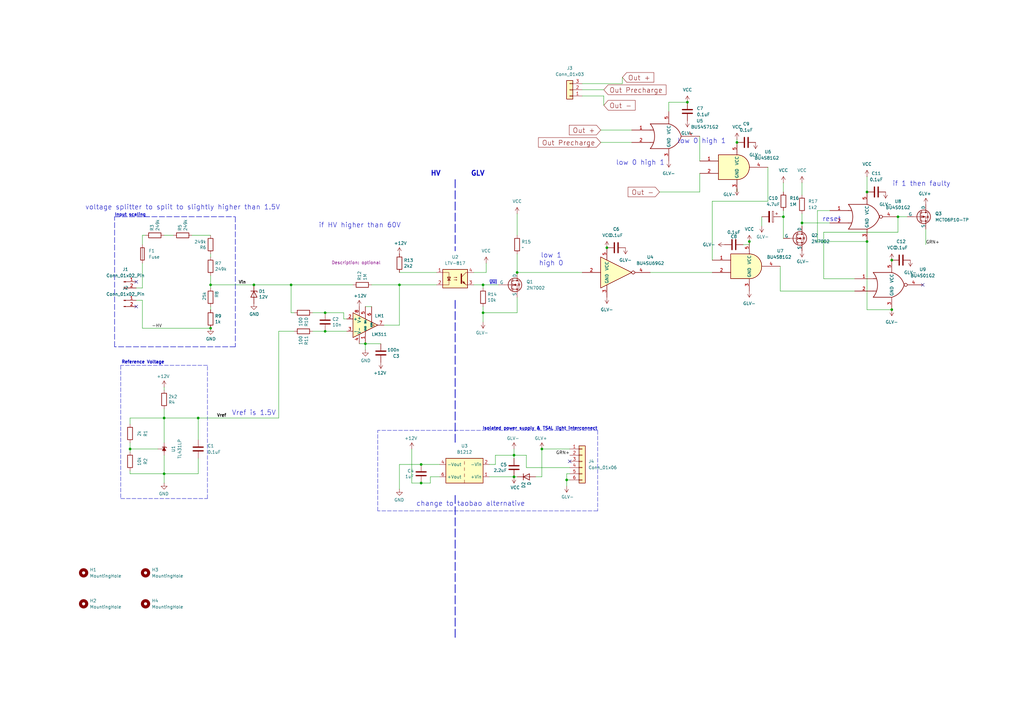
<source format=kicad_sch>
(kicad_sch (version 20231120) (generator "eeschema") (generator_version "8.0")
  (paper "A3")
  (lib_symbols
    (symbol "74xGxx:74AHC1G02"
      (property "Reference" "U" (at -2.54 3.81 0))
      (property "Value" "74AHC1G02" (at 0 -3.81 0))
      (symbol "74AHC1G02_1_1"
        (pin input line (at -15.24 2.54 0) (length 7.62) (name "~") (number "1"))
        (pin input line (at -15.24 -2.54 0) (length 7.62) (name "~") (number "2"))
        (pin power_in line (at 0 -10.16 90) (length 5.08) (name "GND") (number "3"))
        (pin output inverted (at 12.7 0 180) (length 7.62) (name "~") (number "4"))
        (pin power_in line (at 0 10.16 270) (length 5.08) (name "VCC") (number "5"))
      )
    )
    (symbol "74xGxx:74AHC1G04"
      (property "Reference" "U" (at -2.54 3.81 0))
      (property "Value" "74AHC1G04" (at 0 -3.81 0))
      (symbol "74AHC1G04_1_1"
        (pin input line (at -15.24 0 0) (length 7.62) (name "~") (number "2"))
        (pin power_in line (at -5.08 -10.16 90) (length 5.08) (name "GND") (number "3"))
        (pin output inverted (at 12.7 0 180) (length 7.62) (name "~") (number "4"))
        (pin power_in line (at -5.08 10.16 270) (length 5.08) (name "VCC") (number "5"))
      )
    )
    (symbol "74xGxx:74AHC1G08"
      (property "Reference" "U" (at -2.54 3.81 0))
      (property "Value" "74AHC1G08" (at 0 -3.81 0))
      (symbol "74AHC1G08_1_1"
        (pin input line (at -15.24 2.54 0) (length 7.62) (name "~") (number "1"))
        (pin input line (at -15.24 -2.54 0) (length 7.62) (name "~") (number "2"))
        (pin power_in line (at 0 -10.16 90) (length 5.08) (name "GND") (number "3"))
        (pin output line (at 12.7 0 180) (length 7.62) (name "~") (number "4"))
        (pin power_in line (at 0 10.16 270) (length 5.08) (name "VCC") (number "5"))
      )
    )
    (symbol "74xGxx:74AHC1G32"
      (property "Reference" "U" (at -2.54 3.81 0))
      (property "Value" "74AHC1G32" (at 0 -3.81 0))
      (symbol "74AHC1G32_1_1"
        (pin input line (at -15.24 2.54 0) (length 7.62) (name "~") (number "1"))
        (pin input line (at -15.24 -2.54 0) (length 7.62) (name "~") (number "2"))
        (pin power_in line (at 0 -10.16 90) (length 5.08) (name "GND") (number "3"))
        (pin output line (at 12.7 0 180) (length 7.62) (name "~") (number "4"))
        (pin power_in line (at 0 10.16 270) (length 5.08) (name "VCC") (number "5"))
      )
    )
    (symbol "Comparator:LM311" (pin_names (offset 0.127))
      (property "Reference" "U" (at 3.81 6.35 0))
      (property "Value" "LM311" (at 3.81 3.81 0))
      (symbol "LM311_1_1"
        (pin passive line (at 0 -7.62 90) (length 5.08) (name "GND") (number "1"))
        (pin input line (at -7.62 2.54 0) (length 2.54) (name "+") (number "2"))
        (pin input line (at -7.62 -2.54 0) (length 2.54) (name "-") (number "3"))
        (pin power_in line (at -2.54 -7.62 90) (length 3.81) (name "V-") (number "4"))
        (pin input line (at 0 7.62 270) (length 5.08) (name "BAL") (number "5"))
        (pin input line (at 2.54 7.62 270) (length 6.35) (name "STRB") (number "6"))
        (pin open_collector line (at 7.62 0 180) (length 2.54) (name "~") (number "7"))
        (pin power_in line (at -2.54 7.62 270) (length 3.81) (name "V+") (number "8"))
      )
    )
    (symbol "Connector:Conn_01x02_Pin" (pin_names (offset 1.016) hide)
      (property "Reference" "J" (at 0 2.54 0))
      (property "Value" "Conn_01x02_Pin" (at 0 -5.08 0))
      (symbol "Conn_01x02_Pin_1_1"
        (pin passive line (at 5.08 0 180) (length 3.81) (name "Pin_1") (number "1"))
        (pin passive line (at 5.08 -2.54 180) (length 3.81) (name "Pin_2") (number "2"))
      )
    )
    (symbol "Connector_Generic:Conn_01x03" (pin_names (offset 1.016) hide)
      (property "Reference" "J" (at 0 5.08 0))
      (property "Value" "Conn_01x03" (at 0 -5.08 0))
      (symbol "Conn_01x03_1_1"
        (pin passive line (at -5.08 2.54 0) (length 3.81) (name "Pin_1") (number "1"))
        (pin passive line (at -5.08 0 0) (length 3.81) (name "Pin_2") (number "2"))
        (pin passive line (at -5.08 -2.54 0) (length 3.81) (name "Pin_3") (number "3"))
      )
    )
    (symbol "Connector_Generic:Conn_01x06" (pin_names (offset 1.016) hide)
      (property "Reference" "J" (at 0 7.62 0))
      (property "Value" "Conn_01x06" (at 0 -10.16 0))
      (symbol "Conn_01x06_1_1"
        (pin passive line (at -5.08 5.08 0) (length 3.81) (name "Pin_1") (number "1"))
        (pin passive line (at -5.08 2.54 0) (length 3.81) (name "Pin_2") (number "2"))
        (pin passive line (at -5.08 0 0) (length 3.81) (name "Pin_3") (number "3"))
        (pin passive line (at -5.08 -2.54 0) (length 3.81) (name "Pin_4") (number "4"))
        (pin passive line (at -5.08 -5.08 0) (length 3.81) (name "Pin_5") (number "5"))
        (pin passive line (at -5.08 -7.62 0) (length 3.81) (name "Pin_6") (number "6"))
      )
    )
    (symbol "Converter_DCDC:TBA2-1212"
      (property "Reference" "U" (at -6.35 6.35 0))
      (property "Value" "TBA2-1212" (at 2.54 6.35 0))
      (symbol "TBA2-1212_1_1"
        (pin power_in line (at -10.16 2.54 0) (length 2.54) (name "+Vin") (number "1"))
        (pin power_in line (at -10.16 -2.54 0) (length 2.54) (name "-Vin") (number "2"))
        (pin power_out line (at 10.16 -2.54 180) (length 2.54) (name "-Vout") (number "4"))
        (pin power_out line (at 10.16 2.54 180) (length 2.54) (name "+Vout") (number "6"))
      )
    )
    (symbol "Device:C" (pin_numbers hide) (pin_names (offset 0.254))
      (property "Reference" "C" (at 0.635 2.54 0))
      (property "Value" "C" (at 0.635 -2.54 0))
      (symbol "C_1_1"
        (pin passive line (at 0 3.81 270) (length 2.794) (name "~") (number "1"))
        (pin passive line (at 0 -3.81 90) (length 2.794) (name "~") (number "2"))
      )
    )
    (symbol "Device:C_Polarized" (pin_numbers hide) (pin_names (offset 0.254))
      (property "Reference" "C" (at 0.635 2.54 0))
      (property "Value" "C_Polarized" (at 0.635 -2.54 0))
      (symbol "C_Polarized_1_1"
        (pin passive line (at 0 3.81 270) (length 2.794) (name "~") (number "1"))
        (pin passive line (at 0 -3.81 90) (length 2.794) (name "~") (number "2"))
      )
    )
    (symbol "Device:D" (pin_numbers hide) (pin_names (offset 1.016) hide)
      (property "Reference" "D" (at 0 2.54 0))
      (property "Value" "D" (at 0 -2.54 0))
      (symbol "D_1_1"
        (pin passive line (at -3.81 0 0) (length 2.54) (name "K") (number "1"))
        (pin passive line (at 3.81 0 180) (length 2.54) (name "A") (number "2"))
      )
    )
    (symbol "Device:D_Zener" (pin_numbers hide) (pin_names (offset 1.016) hide)
      (property "Reference" "D" (at 0 2.54 0))
      (property "Value" "D_Zener" (at 0 -2.54 0))
      (symbol "D_Zener_1_1"
        (pin passive line (at -3.81 0 0) (length 2.54) (name "K") (number "1"))
        (pin passive line (at 3.81 0 180) (length 2.54) (name "A") (number "2"))
      )
    )
    (symbol "Device:Fuse" (pin_numbers hide) (pin_names (offset 0))
      (property "Reference" "F" (at 2.032 0 90))
      (property "Value" "Fuse" (at -1.905 0 90))
      (symbol "Fuse_1_1"
        (pin passive line (at 0 3.81 270) (length 1.27) (name "~") (number "1"))
        (pin passive line (at 0 -3.81 90) (length 1.27) (name "~") (number "2"))
      )
    )
    (symbol "Device:R" (pin_numbers hide) (pin_names (offset 0))
      (property "Reference" "R" (at 2.032 0 90))
      (property "Value" "R" (at 0 0 90))
      (symbol "R_1_1"
        (pin passive line (at 0 3.81 270) (length 1.27) (name "~") (number "1"))
        (pin passive line (at 0 -3.81 90) (length 1.27) (name "~") (number "2"))
      )
    )
    (symbol "Isolator:LTV-817" (pin_names (offset 1.016))
      (property "Reference" "U" (at -5.08 5.08 0))
      (property "Value" "LTV-817" (at 0 5.08 0))
      (symbol "LTV-817_1_1"
        (pin passive line (at -7.62 2.54 0) (length 2.54) (name "~") (number "1"))
        (pin passive line (at -7.62 -2.54 0) (length 2.54) (name "~") (number "2"))
        (pin passive line (at 7.62 -2.54 180) (length 2.54) (name "~") (number "3"))
        (pin passive line (at 7.62 2.54 180) (length 2.54) (name "~") (number "4"))
      )
    )
    (symbol "Mechanical:MountingHole" (pin_names (offset 1.016)) (exclude_from_sim yes) (in_bom no)
      (property "Reference" "H" (at 0 5.08 0))
      (property "Value" "MountingHole" (at 0 3.175 0))
    )
    (symbol "Reference_Voltage:TL431LP" (pin_numbers hide) (pin_names hide)
      (property "Reference" "U" (at -2.54 2.54 0))
      (property "Value" "TL431LP" (at 0 -2.54 0))
      (symbol "TL431LP_1_1"
        (pin passive line (at 0 2.54 270) (length 2.54) (name "REF") (number "1"))
        (pin passive line (at -2.54 0 0) (length 2.54) (name "A") (number "2"))
        (pin passive line (at 2.54 0 180) (length 2.54) (name "K") (number "3"))
      )
    )
    (symbol "Simulation_SPICE:NMOS" (pin_numbers hide) (pin_names (offset 0))
      (property "Reference" "Q" (at 5.08 1.27 0))
      (property "Value" "NMOS" (at 5.08 -1.27 0))
      (symbol "NMOS_1_1"
        (pin passive line (at 2.54 5.08 270) (length 2.54) (name "D") (number "1"))
        (pin input line (at -5.08 0 0) (length 2.54) (name "G") (number "2"))
        (pin passive line (at 2.54 -5.08 90) (length 2.54) (name "S") (number "3"))
      )
    )
    (symbol "Simulation_SPICE:PMOS" (pin_numbers hide) (pin_names (offset 0))
      (property "Reference" "Q" (at 5.08 1.27 0))
      (property "Value" "PMOS" (at 5.08 -1.27 0))
      (symbol "PMOS_1_1"
        (pin passive line (at 2.54 5.08 270) (length 2.54) (name "D") (number "1"))
        (pin input line (at -5.08 0 0) (length 2.54) (name "G") (number "2"))
        (pin passive line (at 2.54 -5.08 90) (length 2.54) (name "S") (number "3"))
      )
    )
    (symbol "power-symbol-library:GLV+" (power) (pin_names (offset 0))
      (property "Value" "GLV+" (at 0 3.81 0))
      (symbol "GLV+_1_1"
        (pin power_in line (at 0 0 90) (length 0) hide (name "GLV+") (number "1"))
      )
    )
    (symbol "power-symbol-library:GLV-" (power) (pin_names (offset 0))
      (property "Value" "GLV-" (at 0 3.81 0))
      (symbol "GLV-_1_1"
        (pin power_in line (at 0 0 90) (length 0) hide (name "GLV-") (number "1"))
      )
    )
    (symbol "power:+12V" (power) (pin_numbers hide) (pin_names (offset 0) hide)
      (property "Value" "+12V" (at 0 3.556 0))
      (symbol "+12V_1_1"
        (pin power_in line (at 0 0 90) (length 0) (name "~") (number "1"))
      )
    )
    (symbol "power:GND" (power) (pin_numbers hide) (pin_names (offset 0) hide)
      (property "Value" "GND" (at 0 -3.81 0))
      (symbol "GND_1_1"
        (pin power_in line (at 0 0 270) (length 0) (name "~") (number "1"))
      )
    )
    (symbol "power:VCC" (power) (pin_numbers hide) (pin_names (offset 0) hide)
      (property "Value" "VCC" (at 0 3.556 0))
      (symbol "VCC_1_1"
        (pin power_in line (at 0 0 90) (length 0) (name "~") (number "1"))
      )
    )
  )
  (junction (at 248.92 101.6))
  (junction (at 210.82 186.69))
  (junction (at 355.6 78.74))
  (junction (at 355.6 99.06))
  (junction (at 302.26 58.42))
  (junction (at 307.34 99.06))
  (junction (at 210.82 195.58))
  (junction (at 133.35 128.27))
  (junction (at 149.86 140.97))
  (junction (at 67.31 171.45))
  (junction (at 119.38 116.84))
  (junction (at 163.83 116.84))
  (junction (at 172.72 198.12))
  (junction (at 232.41 196.85))
  (junction (at 198.12 116.84))
  (junction (at 198.12 128.27))
  (junction (at 368.3 88.9))
  (junction (at 365.76 106.68))
  (junction (at 321.31 88.9))
  (junction (at 281.94 41.91))
  (junction (at 86.36 134.62))
  (junction (at 67.31 194.31))
  (junction (at 172.72 190.5))
  (junction (at 212.09 111.76))
  (junction (at 53.34 184.15))
  (junction (at 222.25 184.15))
  (junction (at 365.76 127))
  (junction (at 133.35 135.89))
  (junction (at 328.93 91.44))
  (junction (at 86.36 116.84))
  (junction (at 104.14 116.84))
  (junction (at 81.28 171.45))
  (no_connect (at 55.88 115.57))
  (no_connect (at 378.46 116.84))
  (no_connect (at 55.88 125.73))
  (no_connect (at 233.68 189.23))
  (wire (pts (xy 172.72 198.12) (xy 168.91 198.12)))
  (wire (pts (xy 328.93 91.44) (xy 328.93 92.71)))
  (wire (pts (xy 67.31 186.69) (xy 67.31 194.31)))
  (wire (pts (xy 163.83 116.84) (xy 179.07 116.84)))
  (wire (pts (xy 58.42 134.62) (xy 86.36 134.62)))
  (wire (pts (xy 163.83 133.35) (xy 157.48 133.35)))
  (wire (pts (xy 266.7 111.76) (xy 292.1 111.76)))
  (wire (pts (xy 320.04 119.38) (xy 320.04 109.22)))
  (wire (pts (xy 233.68 191.77) (xy 215.9 191.77)))
  (wire (pts (xy 133.35 135.89) (xy 142.24 135.89)))
  (wire (pts (xy 312.42 92.71) (xy 312.42 88.9)))
  (polyline (pts (xy 245.11 176.53) (xy 245.11 209.55)) (stroke (width 0) (type dash)))
  (wire (pts (xy 86.36 116.84) (xy 104.14 116.84)))
  (wire (pts (xy 168.91 184.15) (xy 168.91 198.12)))
  (wire (pts (xy 67.31 96.52) (xy 71.12 96.52)))
  (wire (pts (xy 163.83 111.76) (xy 179.07 111.76)))
  (wire (pts (xy 198.12 128.27) (xy 198.12 132.08)))
  (wire (pts (xy 86.36 118.11) (xy 86.36 116.84)))
  (wire (pts (xy 203.2 190.5) (xy 200.66 190.5)))
  (polyline (pts (xy 96.52 142.24) (xy 46.99 142.24)) (stroke (width 0.2032) (type dash)))
  (wire (pts (xy 198.12 125.73) (xy 198.12 128.27)))
  (wire (pts (xy 53.34 171.45) (xy 67.31 171.45)))
  (wire (pts (xy 335.28 99.06) (xy 355.6 99.06)))
  (wire (pts (xy 212.09 104.14) (xy 212.09 111.76)))
  (wire (pts (xy 176.53 198.12) (xy 176.53 195.58)))
  (wire (pts (xy 58.42 96.52) (xy 59.69 96.52)))
  (wire (pts (xy 81.28 171.45) (xy 114.3 171.45)))
  (wire (pts (xy 233.68 194.31) (xy 232.41 194.31)))
  (wire (pts (xy 355.6 127) (xy 365.76 127)))
  (polyline (pts (xy 46.99 88.9) (xy 96.52 88.9)) (stroke (width 0.2032) (type dash)))
  (wire (pts (xy 58.42 123.19) (xy 55.88 123.19)))
  (wire (pts (xy 368.3 95.25) (xy 368.3 88.9)))
  (polyline (pts (xy 46.99 142.24) (xy 46.99 88.9)) (stroke (width 0.2032) (type dash)))
  (polyline (pts (xy 245.11 176.53) (xy 154.94 176.53)) (stroke (width 0) (type dash)))
  (wire (pts (xy 119.38 128.27) (xy 120.65 128.27)))
  (wire (pts (xy 328.93 91.44) (xy 340.36 91.44)))
  (wire (pts (xy 232.41 194.31) (xy 232.41 196.85)))
  (wire (pts (xy 355.6 72.39) (xy 355.6 78.74)))
  (wire (pts (xy 212.09 87.63) (xy 212.09 96.52)))
  (wire (pts (xy 200.66 195.58) (xy 210.82 195.58)))
  (polyline (pts (xy 186.69 123.19) (xy 186.69 181.61)) (stroke (width 0.3048) (type dash)))
  (wire (pts (xy 198.12 116.84) (xy 198.12 118.11)))
  (wire (pts (xy 140.97 130.81) (xy 140.97 128.27)))
  (wire (pts (xy 199.39 111.76) (xy 194.31 111.76)))
  (wire (pts (xy 133.35 128.27) (xy 128.27 128.27)))
  (wire (pts (xy 215.9 191.77) (xy 215.9 186.69)))
  (wire (pts (xy 314.96 82.55) (xy 292.1 82.55)))
  (wire (pts (xy 368.3 88.9) (xy 372.11 88.9)))
  (wire (pts (xy 53.34 184.15) (xy 64.77 184.15)))
  (wire (pts (xy 320.04 119.38) (xy 350.52 119.38)))
  (wire (pts (xy 176.53 198.12) (xy 172.72 198.12)))
  (wire (pts (xy 149.86 140.97) (xy 156.21 140.97)))
  (wire (pts (xy 172.72 190.5) (xy 180.34 190.5)))
  (wire (pts (xy 307.34 100.33) (xy 307.34 99.06)))
  (wire (pts (xy 203.2 186.69) (xy 203.2 190.5)))
  (wire (pts (xy 328.93 87.63) (xy 328.93 91.44)))
  (polyline (pts (xy 85.09 204.47) (xy 85.09 149.86)) (stroke (width 0) (type dash)))
  (wire (pts (xy 255.27 31.75) (xy 255.27 34.29)))
  (wire (pts (xy 53.34 181.61) (xy 53.34 184.15)))
  (wire (pts (xy 86.36 104.14) (xy 86.36 105.41)))
  (wire (pts (xy 274.32 41.91) (xy 281.94 41.91)))
  (wire (pts (xy 119.38 116.84) (xy 144.78 116.84)))
  (polyline (pts (xy 85.09 149.86) (xy 49.53 149.86)) (stroke (width 0) (type dash)))
  (wire (pts (xy 58.42 123.19) (xy 58.42 134.62)))
  (wire (pts (xy 340.36 86.36) (xy 335.28 86.36)))
  (wire (pts (xy 212.09 121.92) (xy 212.09 128.27)))
  (wire (pts (xy 232.41 196.85) (xy 232.41 199.39)))
  (wire (pts (xy 321.31 88.9) (xy 321.31 97.79)))
  (wire (pts (xy 247.65 43.18) (xy 247.65 39.37)))
  (wire (pts (xy 53.34 171.45) (xy 53.34 173.99)))
  (polyline (pts (xy 186.69 203.2) (xy 186.69 261.62)) (stroke (width 0.3048) (type dash)))
  (wire (pts (xy 337.82 114.3) (xy 350.52 114.3)))
  (wire (pts (xy 81.28 187.96) (xy 81.28 194.31)))
  (wire (pts (xy 198.12 116.84) (xy 204.47 116.84)))
  (wire (pts (xy 149.86 140.97) (xy 149.86 143.51)))
  (wire (pts (xy 287.02 78.74) (xy 287.02 71.12)))
  (wire (pts (xy 222.25 195.58) (xy 219.71 195.58)))
  (wire (pts (xy 67.31 160.02) (xy 67.31 158.75)))
  (wire (pts (xy 78.74 96.52) (xy 86.36 96.52)))
  (polyline (pts (xy 186.69 73.66) (xy 186.69 102.87)) (stroke (width 0.3048) (type dash)))
  (wire (pts (xy 320.04 88.9) (xy 321.31 88.9)))
  (wire (pts (xy 198.12 116.84) (xy 194.31 116.84)))
  (polyline (pts (xy 96.52 88.9) (xy 96.52 142.24)) (stroke (width 0.2032) (type dash)))
  (wire (pts (xy 212.09 195.58) (xy 210.82 195.58)))
  (wire (pts (xy 152.4 116.84) (xy 163.83 116.84)))
  (wire (pts (xy 142.24 130.81) (xy 140.97 130.81)))
  (wire (pts (xy 335.28 86.36) (xy 335.28 99.06)))
  (wire (pts (xy 81.28 194.31) (xy 67.31 194.31)))
  (wire (pts (xy 163.83 200.66) (xy 163.83 190.5)))
  (wire (pts (xy 114.3 135.89) (xy 114.3 171.45)))
  (wire (pts (xy 233.68 196.85) (xy 232.41 196.85)))
  (wire (pts (xy 222.25 184.15) (xy 222.25 195.58)))
  (wire (pts (xy 67.31 167.64) (xy 67.31 171.45)))
  (wire (pts (xy 302.26 77.47) (xy 302.26 78.74)))
  (wire (pts (xy 337.82 95.25) (xy 368.3 95.25)))
  (wire (pts (xy 53.34 184.15) (xy 53.34 185.42)))
  (wire (pts (xy 302.26 57.15) (xy 302.26 58.42)))
  (wire (pts (xy 163.83 133.35) (xy 163.83 116.84)))
  (wire (pts (xy 212.09 128.27) (xy 198.12 128.27)))
  (wire (pts (xy 215.9 186.69) (xy 210.82 186.69)))
  (wire (pts (xy 176.53 195.58) (xy 180.34 195.58)))
  (wire (pts (xy 58.42 100.33) (xy 58.42 96.52)))
  (wire (pts (xy 58.42 107.95) (xy 58.42 118.11)))
  (wire (pts (xy 321.31 86.36) (xy 321.31 88.9)))
  (wire (pts (xy 246.38 53.34) (xy 259.08 53.34)))
  (wire (pts (xy 104.14 116.84) (xy 119.38 116.84)))
  (wire (pts (xy 86.36 113.03) (xy 86.36 116.84)))
  (wire (pts (xy 210.82 186.69) (xy 203.2 186.69)))
  (wire (pts (xy 53.34 194.31) (xy 67.31 194.31)))
  (wire (pts (xy 328.93 74.93) (xy 328.93 80.01)))
  (wire (pts (xy 67.31 171.45) (xy 67.31 181.61)))
  (wire (pts (xy 114.3 135.89) (xy 120.65 135.89)))
  (wire (pts (xy 314.96 68.58) (xy 314.96 82.55)))
  (wire (pts (xy 86.36 125.73) (xy 86.36 127)))
  (wire (pts (xy 270.51 78.74) (xy 287.02 78.74)))
  (wire (pts (xy 152.4 125.73) (xy 149.86 125.73)))
  (wire (pts (xy 337.82 95.25) (xy 337.82 114.3)))
  (wire (pts (xy 199.39 107.95) (xy 199.39 111.76)))
  (wire (pts (xy 355.6 99.06) (xy 355.6 127)))
  (wire (pts (xy 140.97 128.27) (xy 133.35 128.27)))
  (wire (pts (xy 247.65 39.37) (xy 238.76 39.37)))
  (wire (pts (xy 246.38 58.42) (xy 259.08 58.42)))
  (wire (pts (xy 55.88 118.11) (xy 58.42 118.11)))
  (polyline (pts (xy 49.53 204.47) (xy 85.09 204.47)) (stroke (width 0) (type dash)))
  (polyline (pts (xy 154.94 209.55) (xy 154.94 176.53)) (stroke (width 0) (type dash)))
  (wire (pts (xy 379.73 100.33) (xy 379.73 93.98)))
  (wire (pts (xy 247.65 36.83) (xy 238.76 36.83)))
  (wire (pts (xy 210.82 186.69) (xy 210.82 187.96)))
  (wire (pts (xy 304.8 100.33) (xy 307.34 100.33)))
  (wire (pts (xy 163.83 190.5) (xy 172.72 190.5)))
  (wire (pts (xy 255.27 34.29) (xy 238.76 34.29)))
  (wire (pts (xy 210.82 184.15) (xy 210.82 186.69)))
  (wire (pts (xy 222.25 184.15) (xy 233.68 184.15)))
  (wire (pts (xy 67.31 171.45) (xy 81.28 171.45)))
  (wire (pts (xy 292.1 82.55) (xy 292.1 106.68)))
  (wire (pts (xy 287.02 55.88) (xy 287.02 66.04)))
  (wire (pts (xy 212.09 111.76) (xy 238.76 111.76)))
  (wire (pts (xy 67.31 194.31) (xy 67.31 198.12)))
  (wire (pts (xy 119.38 116.84) (xy 119.38 128.27)))
  (polyline (pts (xy 49.53 149.86) (xy 49.53 204.47)) (stroke (width 0) (type dash)))
  (wire (pts (xy 321.31 74.93) (xy 321.31 78.74)))
  (polyline (pts (xy 245.11 209.55) (xy 154.94 209.55)) (stroke (width 0) (type dash)))
  (wire (pts (xy 53.34 194.31) (xy 53.34 193.04)))
  (wire (pts (xy 128.27 135.89) (xy 133.35 135.89)))
  (wire (pts (xy 81.28 171.45) (xy 81.28 180.34)))
  (wire (pts (xy 274.32 41.91) (xy 274.32 45.72)))
  (wire (pts (xy 147.32 140.97) (xy 149.86 140.97)))
  (text "low 1\nhigh 0\n" (at 226.06 106.426 0) (effects (font (size 2.0066 2.0066))))
  (text "reset\n" (at 341.122 89.916 0) (effects (font (size 2.0066 2.0066))))
  (text "~{VHI}" (at 200.66 116.84 0) (effects (font (size 1.27 1.27) (thickness 0.254) (bold yes)) (justify left bottom)))
  (text "Isolated power supply & TSAL light interconnect" (at 245.11 176.53 0) (effects (font (size 1.27 1.27) (thickness 0.254) (bold yes)) (justify right bottom)))
  (text "Input scaling" (at 46.99 88.9 0) (effects (font (size 1.27 1.27) (thickness 0.254) (bold yes)) (justify left bottom)))
  (text "if 1 then faulty\n" (at 377.952 75.438 0) (effects (font (size 2.0066 2.0066))))
  (text "GLV" (at 193.04 72.39 0) (effects (font (size 2.0066 2.0066) (thickness 0.4013) (bold yes)) (justify left bottom)))
  (text "Vref is 1.5V\n" (at 104.14 169.418 0) (effects (font (size 2.0066 2.0066))))
  (text "HV" (at 176.53 72.39 0) (effects (font (size 2.0066 2.0066) (thickness 0.4013) (bold yes)) (justify left bottom)))
  (text "low 0 high 1\n" (at 287.782 57.912 0) (effects (font (size 2.0066 2.0066))))
  (text "if HV higher than 60V " (at 148.336 92.456 0) (effects (font (size 2.0066 2.0066))))
  (text "low 0 high 1\n" (at 262.636 66.802 0) (effects (font (size 2.0066 2.0066))))
  (text "Reference Voltage" (at 49.784 149.352 0) (effects (font (size 1.27 1.27) (thickness 0.254) (bold yes)) (justify left bottom)))
  (text "voltage splitter to split to slightly higher than 1.5V" (at 74.93 85.09 0) (effects (font (size 2.0066 2.0066))))
  (text "change to taobao alternative\n\n" (at 193.04 208.28 0) (effects (font (size 2.0066 2.0066))))
  (label "Vref" (at 88.9 171.45 0) (effects (font (thickness 0.254) (bold yes))))
  (label "Vin" (at 97.79 116.84 0) (effects (font (thickness 0.254) (bold yes))))
  (label "GRN+" (at 233.68 186.69 180))
  (label "GRN+" (at 379.73 100.33 0))
  (label "-HV" (at 62.23 134.62 0))
  (global_label "Out Precharge" (shape input) (at 246.38 58.42 180) (effects (font (size 2.0066 2.0066))) (property "Intersheetrefs" "${INTERSHEET_REFS}" (effects (hide yes))))
  (global_label "Out +" (shape input) (at 255.27 31.75 0) (effects (font (size 2.0066 2.0066))) (property "Intersheetrefs" "${INTERSHEET_REFS}" (effects (hide yes))))
  (global_label "Out -" (shape input) (at 247.65 43.18 0) (effects (font (size 2.0066 2.0066))) (property "Intersheetrefs" "${INTERSHEET_REFS}" (effects (hide yes))))
  (global_label "Out -" (shape input) (at 270.51 78.74 180) (effects (font (size 2.0066 2.0066))) (property "Intersheetrefs" "${INTERSHEET_REFS}" (effects (hide yes))))
  (global_label "Out Precharge" (shape input) (at 247.65 36.83 0) (effects (font (size 2.0066 2.0066))) (property "Intersheetrefs" "${INTERSHEET_REFS}" (effects (hide yes))))
  (global_label "Out +" (shape input) (at 246.38 53.34 180) (effects (font (size 2.0066 2.0066))) (property "Intersheetrefs" "${INTERSHEET_REFS}" (effects (hide yes))))
  (symbol (lib_id "Mechanical:MountingHole") (at 34.29 234.95 0) (unit 1) (exclude_from_sim yes) (in_bom no)
    (property "Reference" "H1" (at 36.83 233.6799 0) (effects (justify left)))
    (property "Value" "MountingHole" (at 36.83 236.2199 0) (effects (justify left)))
    (property "Footprint" "MountingHole:MountingHole_3.2mm_M3" (effects (hide yes)))
    (property "Description" "Mounting Hole without connection" (effects (hide yes)))
  )
  (symbol (lib_id "Isolator:LTV-817") (at 186.69 114.3 0) (unit 1)
    (property "Reference" "U2" (at 186.69 105.41 0))
    (property "Value" "LTV-817" (at 186.69 107.95 0))
    (property "Footprint" "Package_DIP:DIP-4_W7.62mm" (effects (hide yes)))
    (property "Datasheet" "http://www.us.liteon.com/downloads/LTV-817-827-847.PDF" (effects (hide yes)))
    (property "Description" "DC Optocoupler, Vce 35V, CTR 50%, DIP-4" (effects (hide yes)))
  )
  (symbol (lib_id "power:VCC") (at 248.92 101.6 0) (unit 1)
    (property "Reference" "#PWR018" (effects (hide yes)))
    (property "Value" "VCC" (at 248.92 96.52 0))
    (property "Description" "Power symbol creates a global label with name \"VCC\"" (effects (hide yes)))
  )
  (symbol (lib_id "power-symbol-library:GLV-") (at 365.76 127 180) (unit 1)
    (property "Reference" "#PWR037" (effects (hide yes)))
    (property "Value" "GLV-" (at 365.76 132.08 0))
  )
  (symbol (lib_id "power:VCC") (at 212.09 87.63 0) (unit 1)
    (property "Reference" "#PWR015" (effects (hide yes)))
    (property "Value" "VCC" (at 212.09 82.55 0))
    (property "Description" "Power symbol creates a global label with name \"VCC\"" (effects (hide yes)))
  )
  (symbol (lib_id "power-symbol-library:GLV-") (at 256.54 101.6 180) (unit 1)
    (property "Reference" "#PWR020" (effects (hide yes)))
    (property "Value" "GLV-" (at 256.54 106.68 0))
  )
  (symbol (lib_id "Connector:Conn_01x02_Pin") (at 50.8 123.19 0) (unit 1)
    (property "Reference" "J2" (at 51.435 118.11 0))
    (property "Value" "Conn_01x02_Pin" (at 51.435 120.65 0))
    (property "Footprint" "Connector_AMASS:AMASS_XT60-M_1x02_P7.20mm_Vertical" (effects (hide yes)))
    (property "Description" "Generic connector, single row, 01x02, script generated" (effects (hide yes)))
  )
  (symbol (lib_id "power:VCC") (at 307.34 99.06 0) (unit 1)
    (property "Reference" "#PWR027" (effects (hide yes)))
    (property "Value" "VCC" (at 307.34 93.98 0))
    (property "Description" "Power symbol creates a global label with name \"VCC\"" (effects (hide yes)))
  )
  (symbol (lib_id "power:VCC") (at 281.94 41.91 0) (unit 1)
    (property "Reference" "#PWR022" (effects (hide yes)))
    (property "Value" "VCC" (at 281.94 36.83 0))
    (property "Description" "Power symbol creates a global label with name \"VCC\"" (effects (hide yes)))
  )
  (symbol (lib_id "Device:R") (at 53.34 177.8 0) (unit 1)
    (property "Reference" "R1" (at 59.69 177.8 90))
    (property "Value" "2k" (at 57.15 177.8 90))
    (property "Footprint" "Resistor_SMD:R_0805_2012Metric_Pad1.20x1.40mm_HandSolder" (effects (hide yes)))
    (property "Description" "Resistor" (effects (hide yes)))
  )
  (symbol (lib_id "power:VCC") (at 321.31 74.93 0) (unit 1)
    (property "Reference" "#PWR031" (effects (hide yes)))
    (property "Value" "VCC" (at 321.31 69.85 0))
    (property "Description" "Power symbol creates a global label with name \"VCC\"" (effects (hide yes)))
  )
  (symbol (lib_id "Device:D") (at 215.9 195.58 0) (mirror x) (unit 1)
    (property "Reference" "D2" (at 214.7316 197.5866 90) (effects (justify left)))
    (property "Value" "D" (at 217.043 197.5866 90) (effects (justify left)))
    (property "Footprint" "Diode_SMD:D_SMA" (effects (hide yes)))
  )
  (symbol (lib_id "power-symbol-library:GLV-") (at 312.42 92.71 0) (mirror x) (unit 1)
    (property "Reference" "#PWR030" (effects (hide yes)))
    (property "Value" "GLV-" (at 312.801 97.1042 0))
  )
  (symbol (lib_id "Device:R") (at 163.83 107.95 0) (unit 1)
    (property "Reference" "R13" (at 165.608 106.7816 0) (effects (justify left)))
    (property "Value" "2k2" (at 165.608 109.093 0) (effects (justify left)))
    (property "Footprint" "Resistor_SMD:R_1206_3216Metric_Pad1.30x1.75mm_HandSolder" (effects (hide yes)))
  )
  (symbol (lib_id "power-symbol-library:GLV-") (at 210.82 184.15 0) (mirror y) (unit 1)
    (property "Reference" "#PWR013" (effects (hide yes)))
    (property "Value" "GLV-" (at 210.439 179.7558 0))
  )
  (symbol (lib_id "power:GND") (at 67.31 198.12 0) (mirror y) (unit 1)
    (property "Reference" "#PWR02" (effects (hide yes)))
    (property "Value" "GND" (at 67.183 202.5142 0))
  )
  (symbol (lib_id "Device:C") (at 252.73 101.6 270) (unit 1)
    (property "Reference" "C6" (at 252.73 93.98 90))
    (property "Value" "0.1uF" (at 252.73 96.52 90))
    (property "Footprint" "Capacitor_SMD:C_0805_2012Metric_Pad1.18x1.45mm_HandSolder" (effects (hide yes)))
    (property "Description" "Unpolarized capacitor" (effects (hide yes)))
  )
  (symbol (lib_id "power:VCC") (at 199.39 107.95 0) (unit 1)
    (property "Reference" "#PWR012" (effects (hide yes)))
    (property "Value" "VCC" (at 199.39 102.87 0))
    (property "Description" "Power symbol creates a global label with name \"VCC\"" (effects (hide yes)))
  )
  (symbol (lib_id "power-symbol-library:GLV-") (at 281.94 49.53 180) (unit 1)
    (property "Reference" "#PWR023" (effects (hide yes)))
    (property "Value" "GLV-" (at 281.94 54.61 0))
  )
  (symbol (lib_id "Device:C") (at 156.21 144.78 180) (unit 1)
    (property "Reference" "C3" (at 163.83 146.05 0) (effects (justify left)))
    (property "Value" "100n" (at 163.83 143.51 0) (effects (justify left)))
    (property "Footprint" "Capacitor_SMD:C_0805_2012Metric_Pad1.18x1.45mm_HandSolder" (effects (hide yes)))
  )
  (symbol (lib_id "power-symbol-library:GLV-") (at 248.92 121.92 180) (unit 1)
    (property "Reference" "#PWR019" (effects (hide yes)))
    (property "Value" "GLV-" (at 248.92 127 0))
  )
  (symbol (lib_id "Reference_Voltage:TL431LP") (at 67.31 184.15 90) (unit 1)
    (property "Reference" "U1" (at 71.12 184.15 0))
    (property "Value" "TL431LP" (at 73.66 184.15 0))
    (property "Footprint" "Package_TO_SOT_THT:TO-92_Inline" (effects (hide yes)))
    (property "Datasheet" "http://www.ti.com/lit/ds/symlink/tl431.pdf" (effects (hide yes)))
    (property "Description" "Shunt Regulator, TO-92" (effects (hide yes)))
  )
  (symbol (lib_id "Connector:Conn_01x02_Pin") (at 50.8 115.57 0) (unit 1)
    (property "Reference" "J1" (at 51.435 110.49 0))
    (property "Value" "Conn_01x02_Pin" (at 51.435 113.03 0))
    (property "Footprint" "Connector_AMASS:AMASS_XT60-M_1x02_P7.20mm_Vertical" (effects (hide yes)))
    (property "Description" "Generic connector, single row, 01x02, script generated" (effects (hide yes)))
  )
  (symbol (lib_id "74xGxx:74AHC1G08") (at 302.26 68.58 0) (unit 1)
    (property "Reference" "U6" (at 314.96 62.2614 0))
    (property "Value" "BU4S81G2 " (at 314.96 64.8014 0))
    (property "Footprint" "Package_TO_SOT_SMD:SOT-23-5_HandSoldering" (effects (hide yes)))
    (property "Datasheet" "https://fscdn.rohm.com/en/products/databook/datasheet/ic/logic_switch/standard_logic/bu4s81g2-e.pdf" (effects (hide yes)))
    (property "Description" "Single AND Gate, Low-Voltage CMOS" (effects (hide yes)))
  )
  (symbol (lib_id "Comparator:LM311") (at 149.86 133.35 0) (unit 1)
    (property "Reference" "LM1" (at 153.67 129.54 0) (effects (justify left)))
    (property "Value" "LM311" (at 152.4 137.16 0) (effects (justify left)))
    (property "Footprint" "Package_SO:SOIC-8_3.9x4.9mm_P1.27mm" (effects (hide yes)))
    (property "Datasheet" "http://www.ti.com/lit/ds/symlink/lm311.pdf" (effects (hide yes)))
  )
  (symbol (lib_id "Device:D_Zener") (at 104.14 120.65 270) (unit 1)
    (property "Reference" "D1" (at 106.1466 119.4816 90) (effects (justify left)))
    (property "Value" "12V" (at 106.1466 121.793 90) (effects (justify left)))
    (property "Footprint" "Diode_THT:D_DO-35_SOD27_P7.62mm_Horizontal" (effects (hide yes)))
  )
  (symbol (lib_id "power-symbol-library:GLV+") (at 379.73 83.82 0) (mirror y) (unit 1)
    (property "Reference" "#PWR039" (effects (hide yes)))
    (property "Value" "GLV+" (at 379.349 79.4258 0))
  )
  (symbol (lib_id "Device:R") (at 328.93 83.82 0) (unit 1)
    (property "Reference" "R17" (at 331.47 82.5499 0) (effects (justify left)))
    (property "Value" "1k2" (at 331.47 85.0899 0) (effects (justify left)))
    (property "Footprint" "Resistor_SMD:R_0805_2012Metric_Pad1.20x1.40mm_HandSolder" (effects (hide yes)))
    (property "Description" "Resistor" (effects (hide yes)))
  )
  (symbol (lib_id "Device:R") (at 321.31 82.55 0) (unit 1)
    (property "Reference" "R16" (at 323.85 81.2799 0) (effects (justify left)))
    (property "Value" "1M" (at 323.85 83.8199 0) (effects (justify left)))
    (property "Footprint" "Resistor_SMD:R_1206_3216Metric_Pad1.30x1.75mm_HandSolder" (effects (hide yes)))
    (property "Description" "Resistor" (effects (hide yes)))
  )
  (symbol (lib_id "power:+12V") (at 147.32 125.73 0) (unit 1)
    (property "Reference" "#PWR05" (effects (hide yes)))
    (property "Value" "+12V" (at 147.701 121.3358 0))
  )
  (symbol (lib_id "Simulation_SPICE:NMOS") (at 326.39 97.79 0) (unit 1)
    (property "Reference" "Q2" (at 332.74 96.5199 0) (effects (justify left)))
    (property "Value" "2N7002" (at 332.74 99.0599 0) (effects (justify left)))
    (property "Footprint" "Package_TO_SOT_SMD:SOT-23_Handsoldering" (effects (hide yes)))
    (property "Datasheet" "https://ngspice.sourceforge.io/docs/ngspice-html-manual/manual.xhtml#cha_MOSFETs" (effects (hide yes)))
    (property "Description" "N-MOSFET transistor, drain/source/gate" (effects (hide yes)))
    (property "Sim.Device" "NMOS" (effects (hide yes)))
    (property "Sim.Type" "VDMOS" (effects (hide yes)))
    (property "Sim.Pins" "1=D 2=G 3=S" (effects (hide yes)))
  )
  (symbol (lib_id "power:GND") (at 86.36 134.62 0) (unit 1)
    (property "Reference" "#PWR03" (effects (hide yes)))
    (property "Value" "GND" (at 86.487 139.0142 0))
  )
  (symbol (lib_id "power-symbol-library:GLV-") (at 232.41 199.39 0) (mirror x) (unit 1)
    (property "Reference" "#PWR017" (effects (hide yes)))
    (property "Value" "GLV-" (at 232.791 203.7842 0))
  )
  (symbol (lib_id "Device:R") (at 86.36 109.22 0) (unit 1)
    (property "Reference" "R7" (at 88.138 108.0516 0) (effects (justify left)))
    (property "Value" "249k" (at 88.138 110.363 0) (effects (justify left)))
    (property "Footprint" "Resistor_SMD:R_1206_3216Metric_Pad1.30x1.75mm_HandSolder" (effects (hide yes)))
  )
  (symbol (lib_id "power-symbol-library:GLV-") (at 307.34 119.38 180) (unit 1)
    (property "Reference" "#PWR028" (effects (hide yes)))
    (property "Value" "GLV-" (at 307.34 124.46 0))
  )
  (symbol (lib_id "74xGxx:74AHC1G02") (at 355.6 88.9 0) (unit 1)
    (property "Reference" "U8" (at 368.3 82.5814 0))
    (property "Value" "BU4S01G2" (at 368.3 85.1214 0))
    (property "Footprint" "Package_TO_SOT_SMD:SOT-23-5_HandSoldering" (effects (hide yes)))
    (property "Datasheet" "https://fscdn.rohm.com/en/products/databook/datasheet/ic/logic_switch/standard_logic/bu4s01g2tr-e.pdf" (effects (hide yes)))
    (property "Description" "Single NOR Gate, Low-Voltage CMOS" (effects (hide yes)))
  )
  (symbol (lib_id "Device:C") (at 81.28 184.15 0) (unit 1)
    (property "Reference" "C1" (at 85.09 182.8799 0) (effects (justify left)))
    (property "Value" "0.1uF" (at 85.09 185.4199 0) (effects (justify left)))
    (property "Footprint" "Capacitor_SMD:C_0805_2012Metric_Pad1.18x1.45mm_HandSolder" (effects (hide yes)))
    (property "Description" "Unpolarized capacitor" (effects (hide yes)))
  )
  (symbol (lib_id "Device:C") (at 306.07 58.42 270) (unit 1)
    (property "Reference" "C9" (at 306.07 50.8 90))
    (property "Value" "0.1uF" (at 306.07 53.34 90))
    (property "Footprint" "Capacitor_SMD:C_0805_2012Metric_Pad1.18x1.45mm_HandSolder" (effects (hide yes)))
    (property "Description" "Unpolarized capacitor" (effects (hide yes)))
  )
  (symbol (lib_id "74xGxx:74AHC1G08") (at 307.34 109.22 0) (unit 1)
    (property "Reference" "U7" (at 320.04 102.9014 0))
    (property "Value" "BU4S81G2 " (at 320.04 105.4414 0))
    (property "Footprint" "Package_TO_SOT_SMD:SOT-23-5_HandSoldering" (effects (hide yes)))
    (property "Datasheet" "https://fscdn.rohm.com/en/products/databook/datasheet/ic/logic_switch/standard_logic/bu4s81g2-e.pdf" (effects (hide yes)))
    (property "Description" "Single AND Gate, Low-Voltage CMOS" (effects (hide yes)))
  )
  (symbol (lib_id "power:+12V") (at 67.31 158.75 0) (mirror y) (unit 1)
    (property "Reference" "#PWR01" (effects (hide yes)))
    (property "Value" "+12V" (at 66.929 154.3558 0))
  )
  (symbol (lib_id "Device:C") (at 281.94 45.72 180) (unit 1)
    (property "Reference" "C7" (at 285.75 44.4499 0) (effects (justify right)))
    (property "Value" "0.1uF" (at 285.75 46.9899 0) (effects (justify right)))
    (property "Footprint" "Capacitor_SMD:C_0805_2012Metric_Pad1.18x1.45mm_HandSolder" (effects (hide yes)))
    (property "Description" "Unpolarized capacitor" (effects (hide yes)))
  )
  (symbol (lib_id "Device:R") (at 63.5 96.52 90) (unit 1)
    (property "Reference" "R3" (at 62.3316 94.742 0) (effects (justify left)))
    (property "Value" "249k" (at 64.643 94.742 0) (effects (justify left)))
    (property "Footprint" "Resistor_SMD:R_1206_3216Metric_Pad1.30x1.75mm_HandSolder" (effects (hide yes)))
  )
  (symbol (lib_id "Device:R") (at 67.31 163.83 0) (mirror x) (unit 1)
    (property "Reference" "R4" (at 69.088 164.9984 0) (effects (justify left)))
    (property "Value" "2k2" (at 69.088 162.687 0) (effects (justify left)))
    (property "Footprint" "Resistor_SMD:R_1206_3216Metric_Pad1.30x1.75mm_HandSolder" (effects (hide yes)))
  )
  (symbol (lib_id "power-symbol-library:GLV-") (at 328.93 102.87 0) (mirror x) (unit 1)
    (property "Reference" "#PWR033" (effects (hide yes)))
    (property "Value" "GLV-" (at 329.311 107.2642 0))
  )
  (symbol (lib_id "power:VCC") (at 210.82 195.58 0) (mirror x) (unit 1)
    (property "Reference" "#PWR014" (effects (hide yes)))
    (property "Value" "VCC" (at 211.2772 199.9742 0))
  )
  (symbol (lib_id "power:+12V") (at 163.83 104.14 0) (unit 1)
    (property "Reference" "#PWR08" (effects (hide yes)))
    (property "Value" "+12V" (at 164.211 99.7458 0))
  )
  (symbol (lib_id "power:VCC") (at 355.6 72.39 0) (unit 1)
    (property "Reference" "#PWR034" (effects (hide yes)))
    (property "Value" "VCC" (at 355.6 67.31 0))
    (property "Description" "Power symbol creates a global label with name \"VCC\"" (effects (hide yes)))
  )
  (symbol (lib_id "Device:R") (at 124.46 128.27 270) (unit 1)
    (property "Reference" "R10" (at 125.6284 130.048 0) (effects (justify left)))
    (property "Value" "100" (at 123.317 130.048 0) (effects (justify left)))
    (property "Footprint" "Resistor_SMD:R_1206_3216Metric_Pad1.30x1.75mm_HandSolder" (effects (hide yes)))
  )
  (symbol (lib_id "power-symbol-library:GLV+") (at 222.25 184.15 0) (mirror y) (unit 1)
    (property "Reference" "#PWR016" (effects (hide yes)))
    (property "Value" "GLV+" (at 221.869 179.7558 0))
  )
  (symbol (lib_id "Device:R") (at 148.59 116.84 90) (unit 1)
    (property "Reference" "R12" (at 147.4216 115.062 0) (effects (justify left)))
    (property "Value" "1M" (at 149.733 115.062 0) (effects (justify left)))
    (property "Footprint" "Resistor_SMD:R_1206_3216Metric_Pad1.30x1.75mm_HandSolder" (effects (hide yes)))
    (property "Description" "optional" (at 146.05 107.696 90) (show_name yes))
  )
  (symbol (lib_id "power-symbol-library:GLV-") (at 373.38 106.68 180) (unit 1)
    (property "Reference" "#PWR038" (effects (hide yes)))
    (property "Value" "GLV-" (at 373.38 111.76 0))
  )
  (symbol (lib_id "Connector_Generic:Conn_01x06") (at 238.76 189.23 0) (unit 1)
    (property "Reference" "J4" (at 241.3 189.2299 0) (effects (justify left)))
    (property "Value" "Conn_01x06" (at 241.3 191.7699 0) (effects (justify left)))
    (property "Footprint" "Connector_JST:JST_VH_B6P-VH_1x06_P3.96mm_Vertical" (effects (hide yes)))
    (property "Description" "Generic connector, single row, 01x06, script generated (kicad-library-utils/schlib/autogen/connector/)" (effects (hide yes)))
  )
  (symbol (lib_id "Device:R") (at 198.12 121.92 0) (unit 1)
    (property "Reference" "R14" (at 199.898 120.7516 0) (effects (justify left)))
    (property "Value" "10k" (at 199.898 123.063 0) (effects (justify left)))
    (property "Footprint" "Resistor_SMD:R_1206_3216Metric_Pad1.30x1.75mm_HandSolder" (effects (hide yes)))
  )
  (symbol (lib_id "Device:C") (at 172.72 194.31 0) (mirror y) (unit 1)
    (property "Reference" "C4" (at 169.799 193.1416 0) (effects (justify left)))
    (property "Value" "1uF" (at 169.799 195.453 0) (effects (justify left)))
    (property "Footprint" "Capacitor_SMD:C_0805_2012Metric_Pad1.18x1.45mm_HandSolder" (effects (hide yes)))
  )
  (symbol (lib_id "Device:R") (at 74.93 96.52 90) (unit 1)
    (property "Reference" "R5" (at 73.7616 94.742 0) (effects (justify left)))
    (property "Value" "249k" (at 76.073 94.742 0) (effects (justify left)))
    (property "Footprint" "Resistor_SMD:R_1206_3216Metric_Pad1.30x1.75mm_HandSolder" (effects (hide yes)))
  )
  (symbol (lib_id "Device:R") (at 86.36 130.81 0) (unit 1)
    (property "Reference" "R9" (at 88.138 129.6416 0) (effects (justify left)))
    (property "Value" "1k" (at 88.138 131.953 0) (effects (justify left)))
    (property "Footprint" "Resistor_SMD:R_1206_3216Metric_Pad1.30x1.75mm_HandSolder" (effects (hide yes)))
  )
  (symbol (lib_id "Device:R") (at 53.34 189.23 0) (unit 1)
    (property "Reference" "R2" (at 59.69 189.23 90))
    (property "Value" "10k" (at 57.15 189.23 90))
    (property "Footprint" "Resistor_SMD:R_0805_2012Metric_Pad1.20x1.40mm_HandSolder" (effects (hide yes)))
    (property "Description" "Resistor" (effects (hide yes)))
  )
  (symbol (lib_id "power:VCC") (at 302.26 57.15 0) (unit 1)
    (property "Reference" "#PWR025" (effects (hide yes)))
    (property "Value" "VCC" (at 302.26 52.07 0))
    (property "Description" "Power symbol creates a global label with name \"VCC\"" (effects (hide yes)))
  )
  (symbol (lib_id "Device:R") (at 212.09 100.33 0) (unit 1)
    (property "Reference" "R15" (at 213.868 99.1616 0) (effects (justify left)))
    (property "Value" "~" (at 213.868 101.473 0) (effects (justify left)))
    (property "Footprint" "Resistor_SMD:R_1206_3216Metric_Pad1.30x1.75mm_HandSolder" (effects (hide yes)))
  )
  (symbol (lib_id "power-symbol-library:GLV-") (at 297.18 100.33 90) (unit 1)
    (property "Reference" "#PWR024" (effects (hide yes)))
    (property "Value" "GLV-" (at 293.37 100.3301 90) (effects (justify left)))
  )
  (symbol (lib_id "Device:C") (at 369.57 106.68 270) (unit 1)
    (property "Reference" "C12" (at 369.57 99.06 90))
    (property "Value" "0.1uF" (at 369.57 101.6 90))
    (property "Footprint" "Capacitor_SMD:C_0805_2012Metric_Pad1.18x1.45mm_HandSolder" (effects (hide yes)))
    (property "Description" "Unpolarized capacitor" (effects (hide yes)))
  )
  (symbol (lib_id "power-symbol-library:GLV-") (at 274.32 66.04 180) (unit 1)
    (property "Reference" "#PWR021" (effects (hide yes)))
    (property "Value" "GLV-" (at 274.32 71.12 0))
  )
  (symbol (lib_id "power:+12V") (at 168.91 184.15 0) (mirror y) (unit 1)
    (property "Reference" "#PWR010" (effects (hide yes)))
    (property "Value" "+12V" (at 168.529 179.7558 0))
  )
  (symbol (lib_id "Simulation_SPICE:PMOS") (at 377.19 88.9 0) (unit 1)
    (property "Reference" "Q3" (at 383.54 87.6299 0) (effects (justify left)))
    (property "Value" "MCT06P10-TP" (at 383.54 90.1699 0) (effects (justify left)))
    (property "Footprint" "Package_TO_SOT_SMD:SOT-223-3_TabPin2" (effects (hide yes)))
    (property "Datasheet" "https://ngspice.sourceforge.io/docs/ngspice-html-manual/manual.xhtml#cha_MOSFETs" (effects (hide yes)))
    (property "Description" "P-MOSFET transistor, drain/source/gate" (effects (hide yes)))
    (property "Sim.Device" "PMOS" (effects (hide yes)))
    (property "Sim.Type" "VDMOS" (effects (hide yes)))
    (property "Sim.Pins" "1=D 2=G 3=S" (effects (hide yes)))
  )
  (symbol (lib_id "power-symbol-library:GLV-") (at 198.12 132.08 180) (unit 1)
    (property "Reference" "#PWR011" (effects (hide yes)))
    (property "Value" "GLV-" (at 197.739 136.4742 0))
  )
  (symbol (lib_id "74xGxx:74AHC1G04") (at 254 111.76 0) (unit 1)
    (property "Reference" "U4" (at 266.7 105.4414 0))
    (property "Value" "BU4SU69G2" (at 266.7 107.9814 0))
    (property "Footprint" "Package_TO_SOT_SMD:SOT-23-5_HandSoldering" (effects (hide yes)))
    (property "Datasheet" "https://fscdn.rohm.com/en/products/databook/datasheet/ic/logic_switch/standard_logic/bu4su69g2-e.pdf" (effects (hide yes)))
    (property "Description" "Single NOT Gate, Low-Voltage CMOS" (effects (hide yes)))
  )
  (symbol (lib_id "Mechanical:MountingHole") (at 59.69 247.65 0) (unit 1) (exclude_from_sim yes) (in_bom no)
    (property "Reference" "H4" (at 62.23 246.3799 0) (effects (justify left)))
    (property "Value" "MountingHole" (at 62.23 248.9199 0) (effects (justify left)))
    (property "Footprint" "MountingHole:MountingHole_3.2mm_M3" (effects (hide yes)))
    (property "Description" "Mounting Hole without connection" (effects (hide yes)))
  )
  (symbol (lib_id "Device:Fuse") (at 58.42 104.14 0) (unit 1)
    (property "Reference" "F1" (at 60.96 102.8699 0) (effects (justify left)))
    (property "Value" "Fuse" (at 60.96 105.4099 0) (effects (justify left)))
    (property "Footprint" "Fuse:Fuse_1210_3225Metric" (effects (hide yes)))
    (property "Description" "Fuse" (effects (hide yes)))
  )
  (symbol (lib_id "Mechanical:MountingHole") (at 59.69 234.95 0) (unit 1) (exclude_from_sim yes) (in_bom no)
    (property "Reference" "H3" (at 62.23 233.6799 0) (effects (justify left)))
    (property "Value" "MountingHole" (at 62.23 236.2199 0) (effects (justify left)))
    (property "Footprint" "MountingHole:MountingHole_3.2mm_M3" (effects (hide yes)))
    (property "Description" "Mounting Hole without connection" (effects (hide yes)))
  )
  (symbol (lib_id "power:+12V") (at 156.21 148.59 180) (unit 1)
    (property "Reference" "#PWR07" (effects (hide yes)))
    (property "Value" "+12V" (at 155.829 152.9842 0))
  )
  (symbol (lib_id "Device:R") (at 86.36 100.33 180) (unit 1)
    (property "Reference" "R6" (at 84.582 101.4984 0) (effects (justify left)))
    (property "Value" "249k" (at 84.582 99.187 0) (effects (justify left)))
    (property "Footprint" "Resistor_SMD:R_1206_3216Metric_Pad1.30x1.75mm_HandSolder" (effects (hide yes)))
  )
  (symbol (lib_id "Device:C") (at 359.41 78.74 270) (unit 1)
    (property "Reference" "C11" (at 359.41 71.12 90))
    (property "Value" "0.1uF" (at 359.41 73.66 90))
    (property "Footprint" "Capacitor_SMD:C_0805_2012Metric_Pad1.18x1.45mm_HandSolder" (effects (hide yes)))
    (property "Description" "Unpolarized capacitor" (effects (hide yes)))
  )
  (symbol (lib_id "74xGxx:74AHC1G32") (at 274.32 55.88 0) (unit 1)
    (property "Reference" "U5" (at 287.02 49.5614 0))
    (property "Value" "BUS4S71G2" (at 289.052 52.07 0))
    (property "Footprint" "Package_TO_SOT_SMD:SOT-23-5_HandSoldering" (effects (hide yes)))
    (property "Datasheet" "https://fscdn.rohm.com/en/products/databook/datasheet/ic/logic_switch/standard_logic/bu4s71g2-e.pdf" (effects (hide yes)))
    (property "Description" "Single OR Gate, Low-Voltage CMOS" (effects (hide yes)))
  )
  (symbol (lib_id "Connector_Generic:Conn_01x03") (at 233.68 36.83 180) (unit 1)
    (property "Reference" "J3" (at 233.68 27.94 0))
    (property "Value" "Conn_01x03" (at 233.68 30.48 0))
    (property "Footprint" "Connector_JST:JST_VH_B3P-VH_1x03_P3.96mm_Vertical" (effects (hide yes)))
    (property "Description" "Generic connector, single row, 01x03, script generated (kicad-library-utils/schlib/autogen/connector/)" (effects (hide yes)))
  )
  (symbol (lib_id "Device:R") (at 124.46 135.89 270) (unit 1)
    (property "Reference" "R11" (at 125.6284 137.668 0) (effects (justify left)))
    (property "Value" "100" (at 123.317 137.668 0) (effects (justify left)))
    (property "Footprint" "Resistor_SMD:R_1206_3216Metric_Pad1.30x1.75mm_HandSolder" (effects (hide yes)))
  )
  (symbol (lib_id "power-symbol-library:GLV-") (at 309.88 58.42 180) (unit 1)
    (property "Reference" "#PWR029" (effects (hide yes)))
    (property "Value" "GLV-" (at 309.88 63.5 0))
  )
  (symbol (lib_id "Device:C") (at 133.35 132.08 0) (unit 1)
    (property "Reference" "C2" (at 136.271 130.9116 0) (effects (justify left)))
    (property "Value" "10n" (at 136.271 133.223 0) (effects (justify left)))
    (property "Footprint" "Capacitor_SMD:C_0805_2012Metric_Pad1.18x1.45mm_HandSolder" (effects (hide yes)))
  )
  (symbol (lib_id "Device:C") (at 210.82 191.77 0) (mirror y) (unit 1)
    (property "Reference" "C5" (at 207.899 190.6016 0) (effects (justify left)))
    (property "Value" "2.2uF" (at 207.899 192.913 0) (effects (justify left)))
    (property "Footprint" "Capacitor_SMD:C_0805_2012Metric_Pad1.18x1.45mm_HandSolder" (effects (hide yes)))
  )
  (symbol (lib_id "power-symbol-library:GLV-") (at 302.26 77.47 180) (unit 1)
    (property "Reference" "#PWR026" (effects (hide yes)))
    (property "Value" "GLV-" (at 299.212 79.756 0))
  )
  (symbol (lib_id "power:GND") (at 163.83 200.66 0) (mirror y) (unit 1)
    (property "Reference" "#PWR09" (effects (hide yes)))
    (property "Value" "GND" (at 163.703 205.0542 0))
  )
  (symbol (lib_id "power:VCC") (at 328.93 74.93 0) (unit 1)
    (property "Reference" "#PWR032" (effects (hide yes)))
    (property "Value" "VCC" (at 328.93 69.85 0))
    (property "Description" "Power symbol creates a global label with name \"VCC\"" (effects (hide yes)))
  )
  (symbol (lib_id "power:VCC") (at 365.76 106.68 0) (unit 1)
    (property "Reference" "#PWR036" (effects (hide yes)))
    (property "Value" "VCC" (at 365.76 101.6 0))
    (property "Description" "Power symbol creates a global label with name \"VCC\"" (effects (hide yes)))
  )
  (symbol (lib_id "Device:C_Polarized") (at 316.23 88.9 270) (unit 1)
    (property "Reference" "C10" (at 317.119 81.28 90))
    (property "Value" "4.7uF" (at 317.119 83.82 90))
    (property "Footprint" "Capacitor_SMD:C_1206_3216Metric_Pad1.33x1.80mm_HandSolder" (effects (hide yes)))
    (property "Description" "Polarized capacitor" (effects (hide yes)))
  )
  (symbol (lib_id "Simulation_SPICE:NMOS") (at 209.55 116.84 0) (unit 1)
    (property "Reference" "Q1" (at 215.9 115.5699 0) (effects (justify left)))
    (property "Value" "2N7002" (at 215.9 118.1099 0) (effects (justify left)))
    (property "Footprint" "Package_TO_SOT_SMD:SOT-23_Handsoldering" (effects (hide yes)))
    (property "Datasheet" "https://ngspice.sourceforge.io/docs/ngspice-html-manual/manual.xhtml#cha_MOSFETs" (effects (hide yes)))
    (property "Description" "N-MOSFET transistor, drain/source/gate" (effects (hide yes)))
    (property "Sim.Device" "NMOS" (effects (hide yes)))
    (property "Sim.Type" "VDMOS" (effects (hide yes)))
    (property "Sim.Pins" "1=D 2=G 3=S" (effects (hide yes)))
  )
  (symbol (lib_id "74xGxx:74AHC1G02") (at 365.76 116.84 0) (unit 1)
    (property "Reference" "U9" (at 378.46 110.5214 0))
    (property "Value" "BU4S01G2" (at 378.46 113.0614 0))
    (property "Footprint" "Package_TO_SOT_SMD:SOT-23-5_HandSoldering" (effects (hide yes)))
    (property "Datasheet" "https://fscdn.rohm.com/en/products/databook/datasheet/ic/logic_switch/standard_logic/bu4s01g2tr-e.pdf" (effects (hide yes)))
    (property "Description" "Single NOR Gate, Low-Voltage CMOS" (effects (hide yes)))
  )
  (symbol (lib_id "power-symbol-library:GLV-") (at 363.22 78.74 180) (unit 1)
    (property "Reference" "#PWR035" (effects (hide yes)))
    (property "Value" "GLV-" (at 363.22 83.82 0))
  )
  (symbol (lib_id "Mechanical:MountingHole") (at 34.29 247.65 0) (unit 1) (exclude_from_sim yes) (in_bom no)
    (property "Reference" "H2" (at 36.83 246.3799 0) (effects (justify left)))
    (property "Value" "MountingHole" (at 36.83 248.9199 0) (effects (justify left)))
    (property "Footprint" "MountingHole:MountingHole_3.2mm_M3" (effects (hide yes)))
    (property "Description" "Mounting Hole without connection" (effects (hide yes)))
  )
  (symbol (lib_id "power:GND") (at 104.14 124.46 0) (unit 1)
    (property "Reference" "#PWR04" (effects (hide yes)))
    (property "Value" "GND" (at 104.267 128.8542 0))
  )
  (symbol (lib_id "Device:C") (at 300.99 100.33 90) (unit 1)
    (property "Reference" "C8" (at 300.99 97.028 90))
    (property "Value" "0.1uF" (at 300.99 95.25 90))
    (property "Footprint" "Capacitor_SMD:C_0805_2012Metric_Pad1.18x1.45mm_HandSolder" (effects (hide yes)))
    (property "Description" "Unpolarized capacitor" (effects (hide yes)))
  )
  (symbol (lib_id "Device:R") (at 86.36 121.92 180) (unit 1)
    (property "Reference" "R8" (at 88.9 119.38 90) (effects (justify left)))
    (property "Value" "25k" (at 83.82 119.6086 90) (effects (justify left)))
    (property "Footprint" "Resistor_SMD:R_1206_3216Metric_Pad1.30x1.75mm_HandSolder" (effects (hide yes)))
  )
  (symbol (lib_id "power:GND") (at 149.86 143.51 0) (unit 1)
    (property "Reference" "#PWR06" (effects (hide yes)))
    (property "Value" "GND" (at 149.987 147.9042 0))
  )
  (symbol (lib_id "Converter_DCDC:TBA2-1212") (at 190.5 193.04 180) (unit 1)
    (property "Reference" "U3" (at 190.5 182.88 0))
    (property "Value" "B1212" (at 190.5 185.42 0))
    (property "Footprint" "Converter_DCDC:Converter_DCDC_TRACO_TBA2-xxxx_Single_THT" (effects (hide yes)))
    (property "Datasheet" "https://www.tracopower.com/products/tba2.pdf" (effects (hide yes)))
    (property "Description" "2W DC/DC converter unregulated, 10.8-13.2V input, 12V fixed output voltage, 165mA output, 1.5kVDC isolation, SIP-7" (effects (hide yes)))
  )
)
</source>
